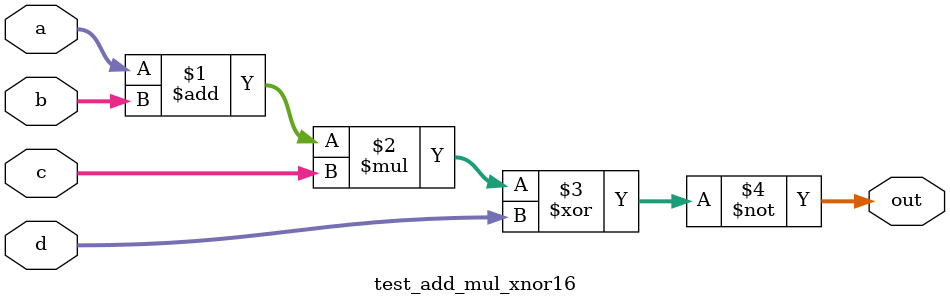
<source format=v>
module test_add_mul_xnor16 (
    input  [15:0] a,
    input  [15:0] b,
    input  [15:0] c,
    input  [15:0] d,
    output [15:0] out
);
  assign out = ~(((a + b) * c) ^ d);
endmodule

</source>
